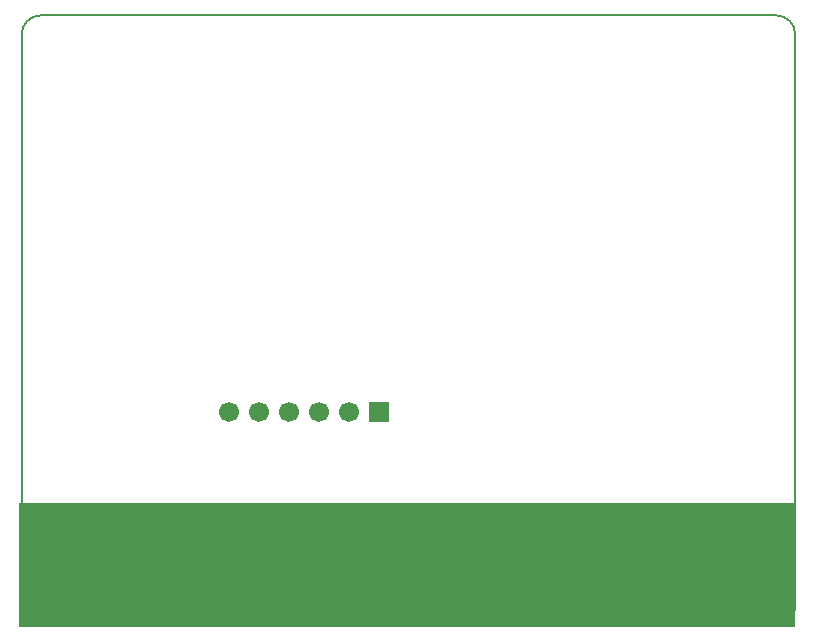
<source format=gbr>
G04 DesignSpark PCB PRO Gerber Version 10.0 Build 5299*
%FSLAX35Y35*%
%MOIN*%
%ADD102R,0.06893X0.35633*%
%ADD103R,0.06696X0.06696*%
%ADD13C,0.00500*%
%ADD23R,2.58583X0.41339*%
%ADD104C,0.06696*%
X0Y0D02*
D02*
D13*
X142281Y8169D02*
G75*
G02*
X137001Y13449I0J5280D01*
G01*
Y204833D01*
G75*
G02*
X143251Y211083I6250J0D01*
G01*
X388594D01*
G75*
G02*
X394844Y204833I0J-6250D01*
G01*
Y13667D01*
G75*
G02*
X389347Y8169I-5497J0D01*
G01*
X142281D01*
D02*
D23*
X265548Y28005D03*
D02*
D102*
X145989Y30217D03*
X155989D03*
X165989D03*
X175989D03*
X185989D03*
X195989D03*
X205989D03*
X215989D03*
X225989D03*
X235989D03*
X245989D03*
X255989D03*
X265989D03*
X275989D03*
X285989D03*
X295989D03*
X305989D03*
X315989D03*
X325989D03*
X335989D03*
X345989D03*
X355989D03*
X365989D03*
X375989D03*
X385989D03*
D02*
D103*
X256124Y78930D03*
D02*
D104*
X206124D03*
X216124D03*
X226124D03*
X236124D03*
X246124D03*
X0Y0D02*
M02*

</source>
